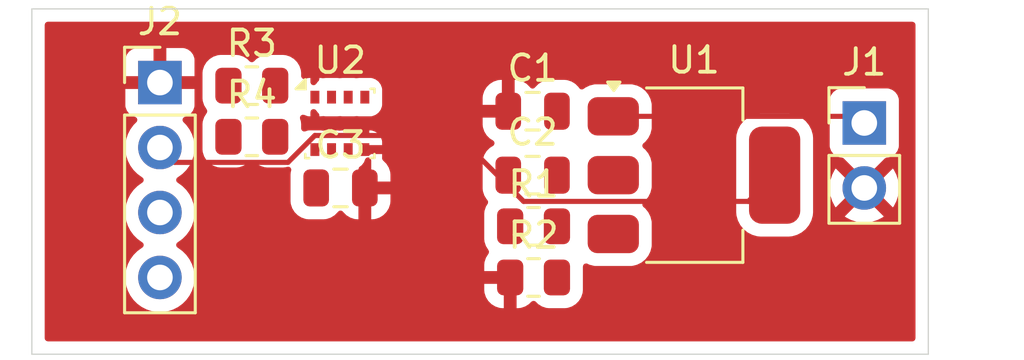
<source format=kicad_pcb>
(kicad_pcb (version 20241229) (generator "pcbnew") (generator_version "9.0")
  (layers (0 "F.Cu" signal) (2 "B.Cu" signal) (13 "F.Paste" user) (15 "B.Paste" user) (5 "F.SilkS" user "F.Silkscreen") (7 "B.SilkS" user "B.Silkscreen") (1 "F.Mask" user) (3 "B.Mask" user) (25 "Edge.Cuts" user))
  (net 0 "")
  (net 1 "Net-(J1-Pin_1)")
  (net 2 "GND")
  (net 3 "+3V3")
  (net 4 "Net-(J2-Pin_3)")
  (net 5 "Net-(J2-Pin_4)")
  (net 6 "Net-(U1-ADJ)")
  (footprint "Capacitor_SMD:C_0805_2012Metric" (layer "F.Cu") (at 149.05 103)
    (property "Reference" "C3" (at 0 -1.68 0) (layer "F.SilkS"))
    (property "Value" ".1")
    (fp_line (start -0.261252 -0.735) (end 0.261252 -0.735) (stroke (width 0.12)) (layer "F.SilkS"))
    (fp_line (start -0.261252 0.735) (end 0.261252 0.735) (stroke (width 0.12)) (layer "F.SilkS"))
    (pad "1" smd roundrect (at -0.95 0) (size 1 1.45) (layers "F.Cu" "F.Mask" "F.Paste") (net 3 "+3V3"))
    (pad "2" smd roundrect (at 0.95 0) (size 1 1.45) (layers "F.Cu" "F.Mask" "F.Paste") (net 2 "GND"))
  )
  (footprint "Capacitor_SMD:C_0805_2012Metric" (layer "F.Cu") (at 156.55 100)
    (property "Reference" "C1" (at 0 -1.68 0) (layer "F.SilkS"))
    (property "Value" ".1")
    (fp_line (start -0.261252 -0.735) (end 0.261252 -0.735) (stroke (width 0.12)) (layer "F.SilkS"))
    (fp_line (start -0.261252 0.735) (end 0.261252 0.735) (stroke (width 0.12)) (layer "F.SilkS"))
    (pad "1" smd roundrect (at -0.95 0) (size 1 1.45) (layers "F.Cu" "F.Mask" "F.Paste") (net 2 "GND"))
    (pad "2" smd roundrect (at 0.95 0) (size 1 1.45) (layers "F.Cu" "F.Mask" "F.Paste") (net 1 "Net-(J1-Pin_1)"))
  )
  (footprint "Resistor_SMD:R_0805_2012Metric" (layer "F.Cu") (at 156.5875 104.5)
    (property "Reference" "R1" (at 0 -1.65 0) (layer "F.SilkS"))
    (property "Value" "240")
    (fp_line (start -0.227064 -0.735) (end 0.227064 -0.735) (stroke (width 0.12)) (layer "F.SilkS"))
    (fp_line (start -0.227064 0.735) (end 0.227064 0.735) (stroke (width 0.12)) (layer "F.SilkS"))
    (pad "1" smd roundrect (at -0.9125 0) (size 1.025 1.4) (layers "F.Cu" "F.Mask" "F.Paste") (roundrect_rratio 0.243902) (net 6 "Net-(U1-ADJ)"))
    (pad "2" smd roundrect (at 0.9125 0) (size 1.025 1.4) (layers "F.Cu" "F.Mask" "F.Paste") (roundrect_rratio 0.243902) (net 3 "+3V3"))
  )
  (footprint "Package_TO_SOT_SMD:SOT-223-3_TabPin2" (layer "F.Cu") (at 162.85 102.5)
    (property "Reference" "U1" (at 0 -4.5 0) (layer "F.SilkS"))
    (property "Value" "LM317L_SO8")
    (fp_line (start -1.85 -3.41) (end 1.91 -3.41) (stroke (width 0.12)) (layer "F.SilkS"))
    (fp_line (start -1.85 3.41) (end 1.91 3.41) (stroke (width 0.12)) (layer "F.SilkS"))
    (fp_line (start 1.91 -3.41) (end 1.91 -2.15) (stroke (width 0.12)) (layer "F.SilkS"))
    (fp_line (start 1.91 3.41) (end 1.91 2.15) (stroke (width 0.12)) (layer "F.SilkS"))
    (fp_poly (pts (xy -3.13 -3.31) (xy -3.37 -3.64) (xy -2.89 -3.64) (xy -3.13 -3.31)) (stroke (width 0.12)) (fill yes) (layer "F.SilkS"))
    (pad "1" smd roundrect (at -3.15 -2.3) (size 2 1.5) (layers "F.Cu" "F.Mask" "F.Paste") (net 1 "Net-(J1-Pin_1)"))
    (pad "2" smd roundrect (at -3.15 0) (size 2 1.5) (layers "F.Cu" "F.Mask" "F.Paste") (net 3 "+3V3"))
    (pad "2" smd roundrect (at 3.15 0) (size 2 3.8) (layers "F.Cu" "F.Mask" "F.Paste") (net 3 "+3V3"))
    (pad "3" smd roundrect (at -3.15 2.3) (size 2 1.5) (layers "F.Cu" "F.Mask" "F.Paste") (net 3 "+3V3"))
  )
  (footprint "Package_LGA:Bosch_LGA-8_2.5x2.5mm_P0.65mm_ClockwisePinNumbering" (layer "F.Cu") (at 149.025 100.475)
    (property "Reference" "U2" (at 0.015 -2.465 0) (layer "F.SilkS"))
    (property "Value" "BME280")
    (fp_line (start -1.35 1.35) (end -1.35 1.2) (stroke (width 0.1)) (layer "F.SilkS"))
    (fp_line (start -1.35 1.36) (end -1.2 1.36) (stroke (width 0.1)) (layer "F.SilkS"))
    (fp_line (start 1.2 -1.35) (end 1.35 -1.35) (stroke (width 0.1)) (layer "F.SilkS"))
    (fp_line (start 1.35 -1.35) (end 1.35 -1.2) (stroke (width 0.1)) (layer "F.SilkS"))
    (fp_line (start 1.35 1.35) (end 1.2 1.35) (stroke (width 0.1)) (layer "F.SilkS"))
    (fp_line (start 1.35 1.35) (end 1.35 1.2) (stroke (width 0.1)) (layer "F.SilkS"))
    (fp_poly (pts (xy -1.35 -1.35) (xy -1.71 -1.35) (xy -1.35 -1.71) (xy -1.35 -1.35)) (stroke (width 0.12)) (fill yes) (layer "F.SilkS"))
    (pad "1" smd rect (at -0.975 -1.025 90) (size 0.5 0.35) (layers "F.Cu" "F.Mask" "F.Paste") (net 2 "GND"))
    (pad "2" smd rect (at -0.325 -1.025 90) (size 0.5 0.35) (layers "F.Cu" "F.Mask" "F.Paste") (net 3 "+3V3"))
    (pad "3" smd rect (at 0.325 -1.025 90) (size 0.5 0.35) (layers "F.Cu" "F.Mask" "F.Paste") (net 4 "Net-(J2-Pin_3)"))
    (pad "4" smd rect (at 0.975 -1.025 90) (size 0.5 0.35) (layers "F.Cu" "F.Mask" "F.Paste") (net 5 "Net-(J2-Pin_4)"))
    (pad "5" smd rect (at 0.975 1.025 90) (size 0.5 0.35) (layers "F.Cu" "F.Mask" "F.Paste") (net 2 "GND"))
    (pad "6" smd rect (at 0.325 1.025 90) (size 0.5 0.35) (layers "F.Cu" "F.Mask" "F.Paste") (net 3 "+3V3"))
    (pad "7" smd rect (at -0.325 1.025 90) (size 0.5 0.35) (layers "F.Cu" "F.Mask" "F.Paste") (net 2 "GND"))
    (pad "8" smd rect (at -0.975 1.025 90) (size 0.5 0.35) (layers "F.Cu" "F.Mask" "F.Paste") (net 3 "+3V3"))
  )
  (footprint "Capacitor_SMD:C_0805_2012Metric" (layer "F.Cu") (at 156.55 102.5)
    (property "Reference" "C2" (at 0 -1.68 0) (layer "F.SilkS"))
    (property "Value" ".1")
    (fp_line (start -0.261252 -0.735) (end 0.261252 -0.735) (stroke (width 0.12)) (layer "F.SilkS"))
    (fp_line (start -0.261252 0.735) (end 0.261252 0.735) (stroke (width 0.12)) (layer "F.SilkS"))
    (pad "1" smd roundrect (at -0.95 0) (size 1 1.45) (layers "F.Cu" "F.Mask" "F.Paste") (net 3 "+3V3"))
    (pad "2" smd roundrect (at 0.95 0) (size 1 1.45) (layers "F.Cu" "F.Mask" "F.Paste") (net 2 "GND"))
  )
  (footprint "Resistor_SMD:R_0805_2012Metric" (layer "F.Cu") (at 145.5875 99)
    (property "Reference" "R3" (at 0 -1.65 0) (layer "F.SilkS"))
    (property "Value" "4.7k")
    (fp_line (start -0.227064 -0.735) (end 0.227064 -0.735) (stroke (width 0.12)) (layer "F.SilkS"))
    (fp_line (start -0.227064 0.735) (end 0.227064 0.735) (stroke (width 0.12)) (layer "F.SilkS"))
    (pad "1" smd roundrect (at -0.9125 0) (size 1.025 1.4) (layers "F.Cu" "F.Mask" "F.Paste") (roundrect_rratio 0.243902) (net 3 "+3V3"))
    (pad "2" smd roundrect (at 0.9125 0) (size 1.025 1.4) (layers "F.Cu" "F.Mask" "F.Paste") (roundrect_rratio 0.243902) (net 5 "Net-(J2-Pin_4)"))
  )
  (footprint "Connector_PinHeader_2.54mm:PinHeader_1x04_P2.54mm_Vertical" (layer "F.Cu") (at 142 98.88)
    (property "Reference" "J2" (at 0 -2.38 0) (layer "F.SilkS"))
    (property "Value" "Conn_01x04_Pin")
    (fp_line (start -1.38 -1.38) (end 0 -1.38) (stroke (width 0.12)) (layer "F.SilkS"))
    (fp_line (start -1.38 0) (end -1.38 -1.38) (stroke (width 0.12)) (layer "F.SilkS"))
    (fp_line (start -1.38 1.27) (end -1.38 9) (stroke (width 0.12)) (layer "F.SilkS"))
    (fp_line (start -1.38 1.27) (end 1.38 1.27) (stroke (width 0.12)) (layer "F.SilkS"))
    (fp_line (start -1.38 9) (end 1.38 9) (stroke (width 0.12)) (layer "F.SilkS"))
    (fp_line (start 1.38 1.27) (end 1.38 9) (stroke (width 0.12)) (layer "F.SilkS"))
    (pad "1" thru_hole rect (at 0 0) (size 1.7 1.7) (drill 1) (layers "*.Cu" "*.Mask") (net 2 "GND"))
    (pad "2" thru_hole circle (at 0 2.54) (size 1.7 1.7) (drill 1) (layers "*.Cu" "*.Mask") (net 3 "+3V3"))
    (pad "3" thru_hole circle (at 0 5.08) (size 1.7 1.7) (drill 1) (layers "*.Cu" "*.Mask") (net 4 "Net-(J2-Pin_3)"))
    (pad "4" thru_hole circle (at 0 7.62) (size 1.7 1.7) (drill 1) (layers "*.Cu" "*.Mask") (net 5 "Net-(J2-Pin_4)"))
  )
  (footprint "Resistor_SMD:R_0805_2012Metric" (layer "F.Cu") (at 156.5875 106.5)
    (property "Reference" "R2" (at 0 -1.65 0) (layer "F.SilkS"))
    (property "Value" "390")
    (fp_line (start -0.227064 -0.735) (end 0.227064 -0.735) (stroke (width 0.12)) (layer "F.SilkS"))
    (fp_line (start -0.227064 0.735) (end 0.227064 0.735) (stroke (width 0.12)) (layer "F.SilkS"))
    (pad "1" smd roundrect (at -0.9125 0) (size 1.025 1.4) (layers "F.Cu" "F.Mask" "F.Paste") (roundrect_rratio 0.243902) (net 2 "GND"))
    (pad "2" smd roundrect (at 0.9125 0) (size 1.025 1.4) (layers "F.Cu" "F.Mask" "F.Paste") (roundrect_rratio 0.243902) (net 6 "Net-(U1-ADJ)"))
  )
  (footprint "Connector_PinHeader_2.54mm:PinHeader_1x02_P2.54mm_Vertical" (layer "F.Cu") (at 169.5 100.46)
    (property "Reference" "J1" (at 0 -2.38 0) (layer "F.SilkS"))
    (property "Value" "Conn_01x02_Pin")
    (fp_line (start -1.38 -1.38) (end 0 -1.38) (stroke (width 0.12)) (layer "F.SilkS"))
    (fp_line (start -1.38 0) (end -1.38 -1.38) (stroke (width 0.12)) (layer "F.SilkS"))
    (fp_line (start -1.38 1.27) (end -1.38 3.92) (stroke (width 0.12)) (layer "F.SilkS"))
    (fp_line (start -1.38 1.27) (end 1.38 1.27) (stroke (width 0.12)) (layer "F.SilkS"))
    (fp_line (start -1.38 3.92) (end 1.38 3.92) (stroke (width 0.12)) (layer "F.SilkS"))
    (fp_line (start 1.38 1.27) (end 1.38 3.92) (stroke (width 0.12)) (layer "F.SilkS"))
    (pad "1" thru_hole rect (at 0 0) (size 1.7 1.7) (drill 1) (layers "*.Cu" "*.Mask") (net 1 "Net-(J1-Pin_1)"))
    (pad "2" thru_hole circle (at 0 2.54) (size 1.7 1.7) (drill 1) (layers "*.Cu" "*.Mask") (net 2 "GND"))
  )
  (footprint "Resistor_SMD:R_0805_2012Metric" (layer "F.Cu") (at 145.5875 101)
    (property "Reference" "R4" (at 0 -1.65 0) (layer "F.SilkS"))
    (property "Value" "4.7k")
    (fp_line (start -0.227064 -0.735) (end 0.227064 -0.735) (stroke (width 0.12)) (layer "F.SilkS"))
    (fp_line (start -0.227064 0.735) (end 0.227064 0.735) (stroke (width 0.12)) (layer "F.SilkS"))
    (pad "1" smd roundrect (at -0.9125 0) (size 1.025 1.4) (layers "F.Cu" "F.Mask" "F.Paste") (roundrect_rratio 0.243902) (net 3 "+3V3"))
    (pad "2" smd roundrect (at 0.9125 0) (size 1.025 1.4) (layers "F.Cu" "F.Mask" "F.Paste") (roundrect_rratio 0.243902) (net 4 "Net-(J2-Pin_3)"))
  )
  (gr_line (start 137 96) (end 137 109.5) (stroke (width 0.05)) (layer "Edge.Cuts"))
  (gr_line (start 172 96) (end 137 96) (stroke (width 0.05)) (layer "Edge.Cuts"))
  (gr_line (start 172 109.5) (end 172 96) (stroke (width 0.05)) (layer "Edge.Cuts"))
  (gr_line (start 137 109.5) (end 172 109.5) (stroke (width 0.05)) (layer "Edge.Cuts"))
  (segment (start 169.5 100.46) (end 169.24 100.2) (width 0.2) (layer "F.Cu") (net 1))
  (segment (start 169.24 100.2) (end 159.7 100.2) (width 0.2) (layer "F.Cu") (net 1))
  (segment (start 146.99866 102) (end 142.58 102) (width 0.2) (layer "F.Cu") (net 3))
  (segment (start 156.19966 103.526) (end 153.62266 100.949) (width 0.2) (layer "F.Cu") (net 3))
  (segment (start 148.04966 100.949) (end 146.99866 102) (width 0.2) (layer "F.Cu") (net 3))
  (segment (start 164.974 103.526) (end 156.19966 103.526) (width 0.2) (layer "F.Cu") (net 3))
  (segment (start 142.58 102) (end 142 101.42) (width 0.2) (layer "F.Cu") (net 3))
  (segment (start 166 102.5) (end 164.974 103.526) (width 0.2) (layer "F.Cu") (net 3))
  (segment (start 153.62266 100.949) (end 148.04966 100.949) (width 0.2) (layer "F.Cu") (net 3))
  (zone (net 2) (net_name "GND") (layer "F.Cu") (connect_pads (clearance 0.5)) (min_thickness 0.25) (fill yes (thermal_gap 0.5) (thermal_bridge_width 0.5))
    (polygon (pts (xy 137.5 109) (xy 171.5 109) (xy 171.5 96.5) (xy 137.5 96.5)))
  )
)
</source>
